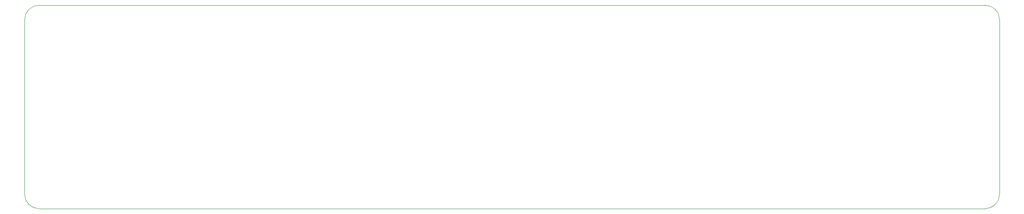
<source format=gbr>
%TF.GenerationSoftware,KiCad,Pcbnew,(5.1.9-0-10_14)*%
%TF.CreationDate,2021-11-27T16:04:38+01:00*%
%TF.ProjectId,SoundCore Knobs,536f756e-6443-46f7-9265-204b6e6f6273,rev?*%
%TF.SameCoordinates,Original*%
%TF.FileFunction,Profile,NP*%
%FSLAX46Y46*%
G04 Gerber Fmt 4.6, Leading zero omitted, Abs format (unit mm)*
G04 Created by KiCad (PCBNEW (5.1.9-0-10_14)) date 2021-11-27 16:04:38*
%MOMM*%
%LPD*%
G01*
G04 APERTURE LIST*
%TA.AperFunction,Profile*%
%ADD10C,0.100000*%
%TD*%
G04 APERTURE END LIST*
D10*
X269000000Y-97750000D02*
X72750000Y-97750000D01*
X272000000Y-58400000D02*
X272000000Y-94750000D01*
X72750000Y-55400000D02*
X269000000Y-55400000D01*
X69750000Y-58400000D02*
X69750000Y-94750000D01*
X69750000Y-58400000D02*
G75*
G02*
X72750000Y-55400000I3000000J0D01*
G01*
X72750000Y-97750000D02*
G75*
G02*
X69750000Y-94750000I0J3000000D01*
G01*
X272000000Y-94750000D02*
G75*
G02*
X269000000Y-97750000I-3000000J0D01*
G01*
X269000000Y-55400000D02*
G75*
G02*
X272000000Y-58400000I0J-3000000D01*
G01*
M02*

</source>
